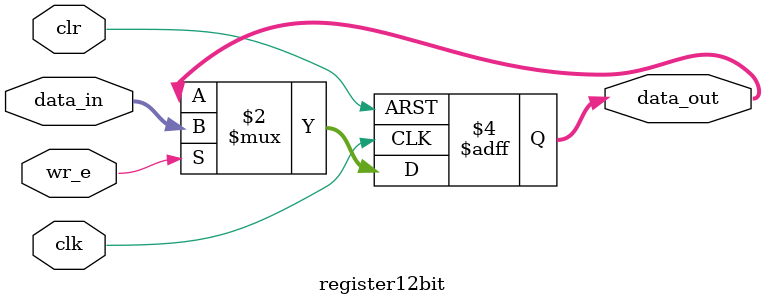
<source format=v>
`timescale 1ns / 1ps
module register12bit(
    input [11:0] data_in,
    output reg[11:0] data_out,
    input wr_e,
    input clr,
    input clk
    );

always @(posedge clk, posedge clr)
begin
	if(clr)
		data_out <= 12'b000000000000;
	else if(wr_e)
		data_out <= data_in;
end

endmodule

</source>
